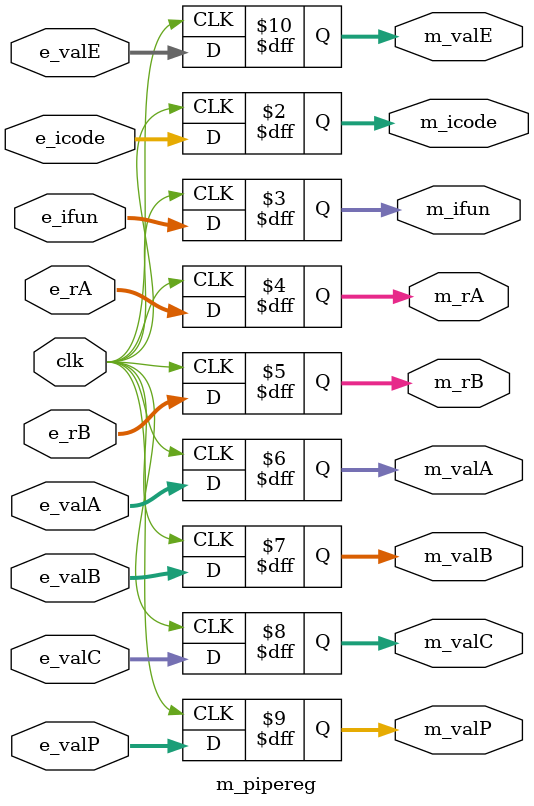
<source format=v>
`timescale 1ps/1ps

module m_pipereg(clk, e_icode, e_ifun, e_rA, e_rB, e_valC, e_valP, e_valA, e_valB, e_valE, m_icode, m_ifun, m_rA, m_rB, m_valC, m_valP, m_valA, m_valB, m_valE);

    parameter n = 64;
    input clk;
    input [3:0] e_icode, e_ifun;
    input [3:0] e_rA;
    input [3:0] e_rB;
    input [n-1:0] e_valA;
    input [n-1:0] e_valB;
    input [n-1:0] e_valC;
    input [n-1:0] e_valP;
    input [n-1:0] e_valE;
    output reg [3:0] m_icode, m_ifun;
    output reg [3:0] m_rA;
    output reg [3:0] m_rB;
    output reg [n-1:0] m_valA;
    output reg [n-1:0] m_valB;
    output reg [n-1:0] m_valC;
    output reg [n-1:0] m_valP;
    output reg [n-1:0] m_valE;

    always @(posedge clk)  
    begin
    m_icode <= e_icode;
    m_ifun <= e_ifun;
    m_rA <= e_rA;
    m_rB <= e_rB;
    m_valC <= e_valC;
    m_valP <= e_valP;
    m_valA <= e_valA;
    m_valB <= e_valB;
    m_valE <= e_valE;
    end

endmodule

</source>
